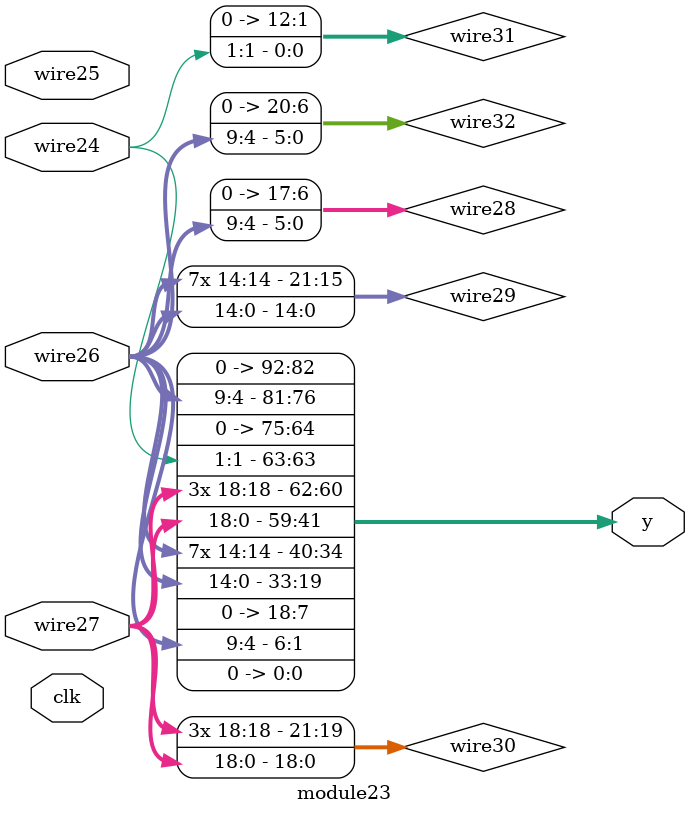
<source format=v>
module top
#(parameter param205 = (^(((((8'haa) || (8'hbc)) >>> ((8'ha6) ^~ (8'ha1))) - ({(8'ha7)} | ((8'hb6) + (7'h41)))) > (~{(!(8'ha3)), (~&(8'hb8))}))))
(y, clk, wire0, wire1, wire2, wire3, wire4);
  output wire [(32'h7a):(32'h0)] y;
  input wire [(1'h0):(1'h0)] clk;
  input wire signed [(4'hb):(1'h0)] wire0;
  input wire [(3'h6):(1'h0)] wire1;
  input wire signed [(4'hb):(1'h0)] wire2;
  input wire [(5'h12):(1'h0)] wire3;
  input wire [(5'h14):(1'h0)] wire4;
  wire signed [(4'hd):(1'h0)] wire204;
  wire signed [(4'h9):(1'h0)] wire203;
  wire [(3'h4):(1'h0)] wire5;
  wire [(5'h13):(1'h0)] wire6;
  wire [(5'h14):(1'h0)] wire7;
  wire signed [(5'h12):(1'h0)] wire8;
  wire signed [(4'ha):(1'h0)] wire9;
  wire [(3'h5):(1'h0)] wire10;
  wire [(4'h9):(1'h0)] wire11;
  wire [(3'h5):(1'h0)] wire12;
  wire [(4'h9):(1'h0)] wire201;
  assign y = {wire204,
                 wire203,
                 wire5,
                 wire6,
                 wire7,
                 wire8,
                 wire9,
                 wire10,
                 wire11,
                 wire12,
                 wire201,
                 (1'h0)};
  assign wire5 = (&(({$unsigned(wire1), $unsigned(wire0)} ?
                     wire1[(3'h5):(2'h2)] : ($unsigned(wire1) * (wire2 + wire1))) > wire0));
  assign wire6 = (!(|(^~wire1)));
  assign wire7 = $unsigned(wire4);
  assign wire8 = {$unsigned($unsigned((~&wire4[(4'hc):(1'h0)]))), (7'h41)};
  assign wire9 = (wire5 >> $unsigned(wire0));
  assign wire10 = (!wire3);
  assign wire11 = (~{((8'hbf) && ((+(8'hbe)) ?
                          $signed((8'h9d)) : wire4[(4'hf):(2'h3)]))});
  assign wire12 = (+(~|(wire7 > (7'h41))));
  module13 #() modinst202 (wire201, clk, wire4, wire11, wire8, wire6, wire7);
  assign wire203 = ($unsigned((($unsigned((7'h42)) || (wire7 <= wire10)) ?
                       (-(~wire11)) : wire12[(1'h1):(1'h0)])) ^ $unsigned((8'hb8)));
  assign wire204 = {$unsigned(wire201[(1'h0):(1'h0)])};
endmodule

module module13
#(parameter param199 = (&((+((-(8'h9c)) ? ((7'h43) >= (7'h41)) : (|(8'hab)))) ~^ (-(|((8'hbd) ? (8'h9e) : (8'h9c)))))), 
parameter param200 = param199)
(y, clk, wire18, wire17, wire16, wire15, wire14);
  output wire [(32'h8f):(32'h0)] y;
  input wire [(1'h0):(1'h0)] clk;
  input wire signed [(5'h11):(1'h0)] wire18;
  input wire signed [(3'h5):(1'h0)] wire17;
  input wire signed [(5'h12):(1'h0)] wire16;
  input wire [(5'h13):(1'h0)] wire15;
  input wire [(5'h11):(1'h0)] wire14;
  wire [(4'he):(1'h0)] wire107;
  wire [(5'h13):(1'h0)] wire61;
  wire [(4'he):(1'h0)] wire48;
  wire signed [(5'h11):(1'h0)] wire34;
  wire signed [(4'he):(1'h0)] wire22;
  wire [(5'h15):(1'h0)] wire21;
  wire [(4'ha):(1'h0)] wire20;
  wire signed [(5'h12):(1'h0)] wire19;
  wire signed [(4'hf):(1'h0)] wire197;
  assign y = {wire107,
                 wire61,
                 wire48,
                 wire34,
                 wire22,
                 wire21,
                 wire20,
                 wire19,
                 wire197,
                 (1'h0)};
  assign wire19 = (wire18 < (wire17 ?
                      (!(!$unsigned(wire17))) : wire17[(3'h5):(2'h3)]));
  assign wire20 = wire14;
  assign wire21 = $unsigned({{$signed($signed(wire14)),
                          $signed((wire20 > wire18))},
                      (({wire15, wire20} + (|wire16)) + wire19)});
  assign wire22 = $unsigned($unsigned($signed((!$unsigned(wire19)))));
  module23 #() modinst35 (wire34, clk, wire16, wire22, wire14, wire15);
  module36 #() modinst49 (wire48, clk, wire18, wire22, wire14, wire15);
  module50 #() modinst62 (.wire54(wire14), .y(wire61), .wire51(wire22), .wire53(wire48), .clk(clk), .wire52(wire15));
  module63 #() modinst108 (wire107, clk, wire19, wire16, wire14, wire22, wire48);
  module109 #() modinst198 (wire197, clk, wire34, wire19, wire48, wire107, wire14);
endmodule

module module109
#(parameter param196 = (((&((8'haa) ? ((8'hb6) || (8'hba)) : (!(8'hb2)))) ? {(-((8'ha7) ? (8'hb5) : (8'hb1)))} : ((!(~^(8'ha2))) ? ((&(8'hb0)) ? ((8'hb2) < (8'hb0)) : (+(8'hbb))) : {((8'hbc) ? (8'ha1) : (8'hbf)), (~|(8'hb2))})) <= (((~(|(8'ha1))) | ({(8'ha5)} ? {(8'ha9)} : ((8'hb6) >= (8'h9d)))) ? ((!{(8'hbd), (8'hb5)}) ? {((8'ha2) << (8'had))} : (((8'hba) - (8'ha1)) && ((8'hb2) >= (8'h9f)))) : (^(((8'ha4) ? (8'ha4) : (8'hbd)) >= ((8'hb7) ? (8'hb0) : (8'hb0)))))))
(y, clk, wire114, wire113, wire112, wire111, wire110);
  output wire [(32'h37b):(32'h0)] y;
  input wire [(1'h0):(1'h0)] clk;
  input wire signed [(4'h8):(1'h0)] wire114;
  input wire [(3'h6):(1'h0)] wire113;
  input wire [(2'h2):(1'h0)] wire112;
  input wire [(4'he):(1'h0)] wire111;
  input wire [(4'ha):(1'h0)] wire110;
  wire signed [(4'h9):(1'h0)] wire188;
  wire signed [(3'h6):(1'h0)] wire187;
  wire signed [(5'h12):(1'h0)] wire177;
  wire signed [(5'h10):(1'h0)] wire176;
  wire [(2'h2):(1'h0)] wire126;
  wire [(4'ha):(1'h0)] wire123;
  wire signed [(2'h2):(1'h0)] wire122;
  wire signed [(5'h12):(1'h0)] wire121;
  wire [(2'h3):(1'h0)] wire120;
  wire [(5'h10):(1'h0)] wire119;
  wire [(5'h12):(1'h0)] wire118;
  wire [(4'ha):(1'h0)] wire117;
  wire signed [(4'h8):(1'h0)] wire116;
  reg signed [(4'h9):(1'h0)] reg195 = (1'h0);
  reg [(4'hc):(1'h0)] reg194 = (1'h0);
  reg [(4'h8):(1'h0)] reg193 = (1'h0);
  reg [(4'he):(1'h0)] reg192 = (1'h0);
  reg signed [(5'h12):(1'h0)] reg191 = (1'h0);
  reg [(4'h8):(1'h0)] reg190 = (1'h0);
  reg signed [(3'h6):(1'h0)] reg189 = (1'h0);
  reg signed [(5'h12):(1'h0)] reg186 = (1'h0);
  reg signed [(2'h2):(1'h0)] reg185 = (1'h0);
  reg signed [(2'h2):(1'h0)] reg184 = (1'h0);
  reg [(4'hc):(1'h0)] reg183 = (1'h0);
  reg [(4'hd):(1'h0)] reg182 = (1'h0);
  reg signed [(5'h12):(1'h0)] reg181 = (1'h0);
  reg [(2'h3):(1'h0)] reg180 = (1'h0);
  reg signed [(3'h5):(1'h0)] reg179 = (1'h0);
  reg signed [(5'h14):(1'h0)] reg178 = (1'h0);
  reg signed [(5'h12):(1'h0)] reg175 = (1'h0);
  reg [(2'h2):(1'h0)] reg174 = (1'h0);
  reg signed [(5'h14):(1'h0)] reg173 = (1'h0);
  reg signed [(5'h14):(1'h0)] reg172 = (1'h0);
  reg signed [(4'hb):(1'h0)] reg171 = (1'h0);
  reg [(4'h8):(1'h0)] reg170 = (1'h0);
  reg [(4'hd):(1'h0)] reg169 = (1'h0);
  reg [(5'h11):(1'h0)] reg168 = (1'h0);
  reg signed [(4'he):(1'h0)] reg167 = (1'h0);
  reg [(2'h2):(1'h0)] reg166 = (1'h0);
  reg [(5'h15):(1'h0)] reg165 = (1'h0);
  reg signed [(4'h8):(1'h0)] reg164 = (1'h0);
  reg [(5'h11):(1'h0)] reg163 = (1'h0);
  reg signed [(4'h8):(1'h0)] reg162 = (1'h0);
  reg [(3'h5):(1'h0)] reg161 = (1'h0);
  reg [(5'h13):(1'h0)] reg160 = (1'h0);
  reg [(4'he):(1'h0)] reg159 = (1'h0);
  reg [(4'ha):(1'h0)] reg158 = (1'h0);
  reg [(3'h6):(1'h0)] reg157 = (1'h0);
  reg [(5'h15):(1'h0)] reg156 = (1'h0);
  reg signed [(2'h2):(1'h0)] reg155 = (1'h0);
  reg signed [(3'h5):(1'h0)] reg154 = (1'h0);
  reg signed [(4'hd):(1'h0)] reg153 = (1'h0);
  reg [(2'h2):(1'h0)] reg152 = (1'h0);
  reg signed [(3'h4):(1'h0)] reg151 = (1'h0);
  reg [(4'h8):(1'h0)] reg150 = (1'h0);
  reg [(5'h13):(1'h0)] reg149 = (1'h0);
  reg [(5'h13):(1'h0)] reg148 = (1'h0);
  reg [(5'h13):(1'h0)] reg147 = (1'h0);
  reg [(4'hb):(1'h0)] reg146 = (1'h0);
  reg [(4'he):(1'h0)] reg145 = (1'h0);
  reg signed [(2'h2):(1'h0)] reg144 = (1'h0);
  reg [(2'h3):(1'h0)] reg143 = (1'h0);
  reg signed [(4'ha):(1'h0)] reg142 = (1'h0);
  reg signed [(5'h10):(1'h0)] reg141 = (1'h0);
  reg [(4'hf):(1'h0)] reg140 = (1'h0);
  reg signed [(3'h6):(1'h0)] reg139 = (1'h0);
  reg [(5'h13):(1'h0)] reg138 = (1'h0);
  reg signed [(5'h14):(1'h0)] reg137 = (1'h0);
  reg signed [(4'ha):(1'h0)] reg136 = (1'h0);
  reg [(3'h6):(1'h0)] reg135 = (1'h0);
  reg signed [(4'he):(1'h0)] reg134 = (1'h0);
  reg signed [(4'he):(1'h0)] reg133 = (1'h0);
  reg [(4'hb):(1'h0)] reg132 = (1'h0);
  reg signed [(2'h3):(1'h0)] reg131 = (1'h0);
  reg [(4'h8):(1'h0)] reg130 = (1'h0);
  reg signed [(4'h8):(1'h0)] reg129 = (1'h0);
  reg [(5'h14):(1'h0)] reg128 = (1'h0);
  reg signed [(3'h7):(1'h0)] reg127 = (1'h0);
  reg signed [(3'h4):(1'h0)] reg125 = (1'h0);
  reg signed [(5'h11):(1'h0)] reg124 = (1'h0);
  reg signed [(2'h3):(1'h0)] reg115 = (1'h0);
  assign y = {wire188,
                 wire187,
                 wire177,
                 wire176,
                 wire126,
                 wire123,
                 wire122,
                 wire121,
                 wire120,
                 wire119,
                 wire118,
                 wire117,
                 wire116,
                 reg195,
                 reg194,
                 reg193,
                 reg192,
                 reg191,
                 reg190,
                 reg189,
                 reg186,
                 reg185,
                 reg184,
                 reg183,
                 reg182,
                 reg181,
                 reg180,
                 reg179,
                 reg178,
                 reg175,
                 reg174,
                 reg173,
                 reg172,
                 reg171,
                 reg170,
                 reg169,
                 reg168,
                 reg167,
                 reg166,
                 reg165,
                 reg164,
                 reg163,
                 reg162,
                 reg161,
                 reg160,
                 reg159,
                 reg158,
                 reg157,
                 reg156,
                 reg155,
                 reg154,
                 reg153,
                 reg152,
                 reg151,
                 reg150,
                 reg149,
                 reg148,
                 reg147,
                 reg146,
                 reg145,
                 reg144,
                 reg143,
                 reg142,
                 reg141,
                 reg140,
                 reg139,
                 reg138,
                 reg137,
                 reg136,
                 reg135,
                 reg134,
                 reg133,
                 reg132,
                 reg131,
                 reg130,
                 reg129,
                 reg128,
                 reg127,
                 reg125,
                 reg124,
                 reg115,
                 (1'h0)};
  always
    @(posedge clk) begin
      reg115 <= wire110[(3'h5):(3'h4)];
    end
  assign wire116 = ((8'hbf) ? (~&wire112) : wire113[(3'h5):(1'h0)]);
  assign wire117 = wire113[(1'h1):(1'h1)];
  assign wire118 = {wire110[(2'h2):(1'h1)]};
  assign wire119 = (wire114[(2'h3):(2'h2)] << reg115);
  assign wire120 = (&(wire117[(3'h7):(2'h2)] > wire119[(4'hf):(1'h1)]));
  assign wire121 = ($unsigned((wire114[(1'h0):(1'h0)] <= wire113)) ^~ wire118);
  assign wire122 = $signed(wire112[(1'h0):(1'h0)]);
  assign wire123 = ($signed(($unsigned({(8'h9d), wire110}) == ((~|wire120) ?
                       (wire113 ^~ wire122) : $unsigned(wire121)))) <<< ((({reg115} < {wire120}) ?
                       (&$unsigned(wire113)) : (~$signed(wire114))) ~^ wire112));
  always
    @(posedge clk) begin
      reg124 <= $signed(wire114[(3'h5):(1'h0)]);
      reg125 <= ($signed((wire111 == {(wire110 & wire119), (|wire122)})) ?
          wire116[(2'h2):(2'h2)] : (^~($signed((-wire120)) ?
              $signed((wire117 ? wire123 : wire117)) : $signed(wire123))));
    end
  assign wire126 = {(($unsigned((wire119 == reg115)) ?
                           $signed((~wire121)) : wire110[(1'h1):(1'h0)]) >>> {(7'h43),
                           (8'ha8)}),
                       ((((8'hb1) || (^wire116)) ~^ $signed((wire119 ?
                           wire114 : wire123))) & wire121[(3'h5):(1'h0)])};
  always
    @(posedge clk) begin
      if (($unsigned((reg125 ?
              $signed($signed(wire117)) : $unsigned((wire113 ?
                  (8'hae) : (8'hb7))))) ?
          (($unsigned(reg115[(1'h0):(1'h0)]) ^~ wire120[(2'h3):(1'h1)]) + $unsigned(reg115[(2'h3):(2'h2)])) : $unsigned((wire113 * {$signed(reg125)}))))
        begin
          reg127 <= $signed($unsigned((((wire119 ?
                  wire112 : wire126) && {reg124}) ?
              ((wire114 ? wire123 : wire110) ?
                  (wire116 ?
                      (8'ha6) : wire112) : (-wire113)) : ((wire120 ^ (8'h9c)) ?
                  reg115[(2'h2):(1'h0)] : (wire118 + (7'h41))))));
          if ((wire110[(3'h6):(3'h5)] >= reg125[(1'h0):(1'h0)]))
            begin
              reg128 <= (&wire123[(2'h3):(2'h3)]);
            end
          else
            begin
              reg128 <= {wire116[(2'h2):(1'h1)]};
              reg129 <= wire113[(2'h2):(1'h0)];
              reg130 <= $signed(wire114[(2'h3):(2'h3)]);
              reg131 <= (wire126[(1'h0):(1'h0)] * $signed(({(8'hb7),
                  wire122[(2'h2):(2'h2)]} << ((&wire110) ^ (wire120 ?
                  wire117 : wire118)))));
              reg132 <= $unsigned(((!$signed((wire121 & wire122))) ?
                  $unsigned(reg128[(4'hf):(4'ha)]) : wire120[(1'h1):(1'h1)]));
            end
          if ((-reg127[(1'h0):(1'h0)]))
            begin
              reg133 <= ((~(({reg129, reg131} > (reg124 || wire121)) ?
                  ((reg131 - reg124) ?
                      (+(8'hb0)) : ((8'h9c) ?
                          reg127 : (8'hb3))) : wire116[(4'h8):(2'h2)])) >= reg131[(2'h3):(2'h3)]);
            end
          else
            begin
              reg133 <= $unsigned(reg115[(1'h1):(1'h1)]);
              reg134 <= wire113;
              reg135 <= $unsigned(wire121);
              reg136 <= {wire122[(2'h2):(1'h1)]};
            end
        end
      else
        begin
          if ($unsigned($unsigned((8'hb8))))
            begin
              reg127 <= (~^(!((~(~|wire113)) | (wire113 != $unsigned(wire110)))));
              reg128 <= $unsigned((((^~reg130[(3'h5):(1'h1)]) >> ((-wire119) & (reg129 == wire117))) >> wire117[(4'h8):(2'h2)]));
              reg129 <= $signed(wire116);
            end
          else
            begin
              reg127 <= (-(wire121 ?
                  (-$unsigned((reg115 ?
                      reg135 : reg115))) : ({reg128[(4'hd):(3'h5)]} != {(8'ha3),
                      (reg133 <= reg127)})));
              reg128 <= $signed((reg133 <<< (-reg115)));
              reg129 <= $unsigned(reg133);
              reg130 <= $signed(wire110);
              reg131 <= reg131;
            end
          reg132 <= $signed(wire116);
          if (($unsigned(($signed(wire110) ?
                  reg134 : (reg125 != $unsigned((8'hae))))) ?
              wire119[(3'h6):(2'h3)] : wire117[(4'h8):(3'h6)]))
            begin
              reg133 <= (7'h44);
              reg134 <= {reg115,
                  (reg133 ?
                      {(8'hb7),
                          ((reg115 != wire110) <<< $unsigned(wire122))} : ((wire110[(4'h9):(2'h2)] >> wire110) ?
                          $unsigned($signed(reg128)) : (~^(wire126 || reg132))))};
              reg135 <= wire113[(2'h3):(1'h0)];
              reg136 <= ($unsigned({(~{wire119,
                      reg128})}) <= wire122[(1'h0):(1'h0)]);
              reg137 <= reg129[(3'h5):(2'h2)];
            end
          else
            begin
              reg133 <= $unsigned(reg124[(4'ha):(3'h6)]);
              reg134 <= (-{({reg137[(4'hb):(3'h5)]} > $signed(wire121[(5'h12):(5'h12)]))});
              reg135 <= (($signed({{reg134},
                      reg130}) ^~ $unsigned((~|$signed(reg131)))) ?
                  ($unsigned($signed($signed(wire114))) ?
                      (~((wire121 ?
                          (8'h9c) : reg115) != (reg135 >> reg129))) : (reg128 + wire113)) : $signed(reg134));
              reg136 <= (~|$signed(reg137[(5'h10):(2'h3)]));
            end
        end
      if (wire110[(4'ha):(3'h6)])
        begin
          reg138 <= wire126;
        end
      else
        begin
          if (wire114)
            begin
              reg138 <= (wire112 << reg137);
              reg139 <= $signed(wire123[(3'h5):(1'h0)]);
              reg140 <= wire119;
              reg141 <= (({$unsigned(reg131)} ?
                      reg133 : wire112[(2'h2):(2'h2)]) ?
                  (+(~(|wire120))) : (+wire112[(1'h0):(1'h0)]));
            end
          else
            begin
              reg138 <= reg127;
            end
          if (wire120)
            begin
              reg142 <= (|$unsigned(((&wire112[(1'h0):(1'h0)]) || $signed(wire121[(2'h3):(1'h0)]))));
              reg143 <= {$signed(wire114), wire122};
              reg144 <= (&{wire116[(1'h0):(1'h0)]});
              reg145 <= {$signed($signed($signed(wire116))),
                  $unsigned((~^(^~(wire123 ? wire123 : reg139))))};
            end
          else
            begin
              reg142 <= reg137[(3'h4):(1'h1)];
            end
        end
      if ($unsigned((((~^$signed(wire111)) ?
          wire126[(1'h1):(1'h0)] : (~(reg127 != (8'ha4)))) & (-$signed((reg131 ?
          wire112 : reg138))))))
        begin
          if (reg144[(2'h2):(2'h2)])
            begin
              reg146 <= (^($signed({$signed(wire117),
                  (reg142 ? wire110 : reg131)}) < (^~(8'hbe))));
              reg147 <= reg146[(1'h0):(1'h0)];
              reg148 <= ((reg142[(4'ha):(2'h3)] ?
                      (((reg137 ~^ reg145) && wire113[(2'h2):(2'h2)]) > {wire122,
                          reg146}) : ($unsigned((reg128 ^~ reg137)) + $signed({wire118}))) ?
                  {$unsigned(wire116[(1'h1):(1'h0)])} : (~|$signed(reg141[(5'h10):(2'h2)])));
              reg149 <= ({(-wire114)} ^~ $signed(($unsigned(wire121) ?
                  (((8'ha5) ?
                      reg132 : (8'hb1)) * $signed(reg129)) : $signed(reg127))));
              reg150 <= ($signed({reg146[(3'h4):(2'h3)],
                  wire119}) != $unsigned($signed(wire110[(1'h0):(1'h0)])));
            end
          else
            begin
              reg146 <= reg144[(2'h2):(2'h2)];
            end
        end
      else
        begin
          reg146 <= ($unsigned($unsigned(wire119)) < $signed(wire123[(1'h0):(1'h0)]));
          reg147 <= {$signed(wire110), wire116};
          reg148 <= (reg127[(2'h2):(2'h2)] & reg131[(2'h3):(2'h3)]);
          reg149 <= (-$signed(wire123[(1'h0):(1'h0)]));
          reg150 <= wire121[(3'h4):(1'h1)];
        end
      reg151 <= $unsigned(reg132);
      reg152 <= $signed(reg135);
    end
  always
    @(posedge clk) begin
      reg153 <= {(reg145[(1'h1):(1'h1)] ?
              reg129 : $signed(((wire119 ? wire117 : reg150) + wire121))),
          reg137[(1'h0):(1'h0)]};
      if ($signed((~(((reg150 ~^ reg131) ?
          $signed(wire122) : reg139) != (~&{(8'ha9), reg131})))))
        begin
          reg154 <= $signed($signed(($signed($signed(wire120)) != ((wire123 >= wire126) ?
              (-wire113) : $signed(reg140)))));
        end
      else
        begin
          reg154 <= $signed($signed($signed((reg148 ? reg133 : (~^(8'hb2))))));
          if (($signed($signed($unsigned(reg151[(3'h4):(1'h1)]))) ?
              ((^~reg134[(4'he):(4'ha)]) ?
                  (~|reg127[(3'h7):(3'h5)]) : wire110) : reg129[(2'h2):(2'h2)]))
            begin
              reg155 <= {(|reg142[(4'h8):(2'h2)]),
                  ({wire119} || (~$signed($signed(reg127))))};
              reg156 <= (~&(8'ha9));
              reg157 <= (reg115[(2'h3):(1'h1)] < reg145[(4'h9):(2'h3)]);
              reg158 <= ((wire118[(4'h9):(1'h1)] <<< $unsigned((wire117 ?
                      reg142[(2'h2):(2'h2)] : $signed((8'ha3))))) ?
                  $unsigned((+($unsigned((8'haf)) ?
                      (wire119 | wire120) : (wire126 ?
                          reg137 : reg131)))) : ({$signed((wire116 == reg145))} ?
                      reg156[(4'h9):(1'h1)] : (wire126[(1'h1):(1'h1)] | ((reg145 << reg124) ?
                          {wire113} : $unsigned(wire112)))));
            end
          else
            begin
              reg155 <= $unsigned($unsigned((^~reg127)));
              reg156 <= $signed(({$signed(wire111), (wire123 ^~ (8'ha8))} ?
                  ((!wire126[(2'h2):(2'h2)]) < $unsigned(reg148)) : $unsigned($signed($signed(reg136)))));
              reg157 <= ($signed($signed($signed($signed(wire117)))) ?
                  (($signed((+reg138)) >> wire120[(2'h3):(1'h0)]) ^ reg151[(1'h0):(1'h0)]) : $signed($signed($unsigned(reg140[(1'h0):(1'h0)]))));
              reg158 <= {reg156,
                  ($unsigned((8'ha5)) ?
                      (wire120[(1'h1):(1'h1)] & $unsigned(((8'hbb) >= reg143))) : $signed($unsigned({reg158})))};
              reg159 <= reg125[(3'h4):(1'h0)];
            end
          if ((($signed($signed((wire120 ? reg157 : wire116))) ?
                  $signed((reg159 ?
                      wire112[(1'h1):(1'h0)] : (wire118 != (8'hb0)))) : {{$signed((7'h41))},
                      ($unsigned(reg127) ^ reg150)}) ?
              (~&{reg137}) : (reg125 & reg146[(4'hb):(3'h5)])))
            begin
              reg160 <= $unsigned(reg125[(2'h2):(1'h0)]);
              reg161 <= ($unsigned((^~$signed((-reg157)))) ?
                  (((~^(|(8'hae))) ?
                          reg147 : (reg159[(3'h7):(3'h7)] ?
                              reg140[(1'h0):(1'h0)] : (-reg127))) ?
                      (8'had) : $signed(((wire117 || reg149) ?
                          reg139[(2'h3):(2'h3)] : $signed((8'ha3))))) : (!(~&$unsigned(reg153[(4'h8):(3'h6)]))));
              reg162 <= (reg130 && $signed(({reg154,
                  $signed(reg139)} & ($unsigned(reg159) ?
                  (!reg149) : $signed(wire121)))));
            end
          else
            begin
              reg160 <= $signed(wire114);
              reg161 <= ($unsigned((~&{wire112, $signed(reg151)})) ?
                  (+($unsigned((reg146 ? reg124 : reg124)) ?
                      ((^wire119) ?
                          reg136[(1'h0):(1'h0)] : (+reg137)) : ($unsigned((8'ha3)) & reg143))) : reg146[(4'ha):(4'h8)]);
              reg162 <= reg145[(4'hc):(3'h4)];
              reg163 <= (reg162[(4'h8):(4'h8)] ?
                  $unsigned($signed(((reg157 | reg158) ?
                      $unsigned(reg147) : (wire117 - reg136)))) : (reg154 >>> $unsigned(reg128[(5'h13):(5'h12)])));
              reg164 <= (^~(((reg148[(5'h13):(4'he)] ^~ (-(8'haa))) >>> $unsigned($signed(reg155))) ?
                  reg135[(2'h2):(1'h1)] : (^($signed(reg140) ?
                      (wire116 ~^ reg115) : ((8'ha6) == reg143)))));
            end
          reg165 <= (reg137[(5'h13):(4'hd)] && {{{$signed(wire123),
                      $signed(wire121)}}});
          reg166 <= $signed((|(&reg144)));
        end
      if ((^$signed(($signed(reg161) & ((reg152 ~^ (7'h44)) ?
          ((8'ha9) ? reg135 : reg155) : {wire114, (8'had)})))))
        begin
          reg167 <= $unsigned((~&reg142));
        end
      else
        begin
          reg167 <= wire118[(4'hb):(3'h5)];
          reg168 <= $unsigned((((reg155 ?
                  reg143 : reg155[(2'h2):(1'h1)]) > wire114[(2'h2):(1'h1)]) ?
              (({reg144, reg136} * (reg158 <<< reg155)) ?
                  wire110[(3'h5):(3'h5)] : (^~((8'hba) ?
                      (8'ha1) : reg133))) : reg124));
          if ($unsigned(reg149))
            begin
              reg169 <= wire113;
              reg170 <= $signed($unsigned(reg138));
              reg171 <= ((reg130[(2'h2):(1'h0)] ?
                  $signed(reg166) : (({reg139, reg147} ?
                      ((8'ha6) + (8'hae)) : $signed(wire114)) | reg138)) < ($unsigned($signed(wire116)) ?
                  $signed((|reg165[(4'h9):(3'h5)])) : ($unsigned({reg135,
                          reg133}) ?
                      ($unsigned(reg147) ~^ $unsigned(reg129)) : ((reg124 - (8'h9e)) | wire118))));
            end
          else
            begin
              reg169 <= (|{(($unsigned(wire121) + (reg157 ? reg155 : wire111)) ?
                      {reg144[(1'h1):(1'h1)],
                          $signed(reg150)} : ((reg145 ~^ (8'ha3)) ~^ (!reg132))),
                  (^~$signed((wire126 ? reg130 : wire116)))});
              reg170 <= reg124;
            end
          reg172 <= (reg143[(2'h3):(2'h2)] ?
              (^$unsigned(((reg140 ^~ reg130) ?
                  (!reg149) : (reg125 << (8'ha9))))) : $unsigned(((&$signed(reg140)) ?
                  reg132[(3'h7):(2'h3)] : $unsigned(((8'hbf) ?
                      wire114 : reg115)))));
          if ((reg144 ?
              $signed(($unsigned(reg166) ?
                  reg127[(1'h1):(1'h0)] : $unsigned((reg158 ~^ reg156)))) : (~^$signed((~|(~&reg162))))))
            begin
              reg173 <= $signed($unsigned({wire112[(1'h0):(1'h0)]}));
              reg174 <= reg141[(3'h6):(2'h3)];
            end
          else
            begin
              reg173 <= reg145;
              reg174 <= $signed($signed((!reg140)));
              reg175 <= {{{reg141}}, reg153[(3'h5):(2'h2)]};
            end
        end
    end
  assign wire176 = {reg159, (&wire113)};
  assign wire177 = (-($unsigned(reg151[(2'h2):(1'h0)]) ?
                       (~|{(^wire110)}) : ($unsigned(reg134[(1'h1):(1'h0)]) ?
                           wire121[(2'h3):(1'h1)] : (reg115 <= $unsigned((8'hb8))))));
  always
    @(posedge clk) begin
      if ($unsigned(wire121))
        begin
          reg178 <= (reg138[(1'h1):(1'h0)] ?
              ($unsigned((8'h9f)) ?
                  $signed(((reg155 ?
                      wire118 : wire112) >>> $unsigned(reg151))) : (reg165 <= (reg163 ?
                      {reg131,
                          wire117} : (!wire126)))) : reg148[(4'hb):(4'ha)]);
          if (($unsigned(reg139) ?
              $signed((wire176 <<< $signed((wire176 >= reg169)))) : ((((~&reg141) != $unsigned(reg132)) && (-reg163)) * reg158)))
            begin
              reg179 <= {$unsigned((({(8'hb2), reg173} ?
                          (reg155 ? (8'hb9) : reg142) : $signed(reg137)) ?
                      $signed($unsigned(reg124)) : reg153)),
                  (&(reg173 ^ reg154))};
              reg180 <= wire121;
              reg181 <= $signed((($unsigned(wire176) > $unsigned({reg135,
                  reg153})) & (~^wire121)));
              reg182 <= ((($signed($signed(reg125)) ^~ $signed(wire112[(2'h2):(1'h1)])) ?
                      $unsigned($unsigned($unsigned((7'h43)))) : (~&reg170[(1'h0):(1'h0)])) ?
                  (^$unsigned($unsigned((reg179 ~^ reg160)))) : wire177);
            end
          else
            begin
              reg179 <= (|(wire113 ?
                  (~&$signed((!reg180))) : ($unsigned($signed(reg137)) << (+$unsigned(reg133)))));
              reg180 <= $unsigned((~^$signed($signed((~reg181)))));
              reg181 <= wire113;
              reg182 <= (~|(+reg156));
            end
        end
      else
        begin
          reg178 <= $signed(((~$unsigned(reg165[(4'hf):(3'h5)])) ?
              (&reg132) : (8'h9f)));
          if ($unsigned((wire118[(5'h11):(1'h0)] ?
              reg157[(2'h3):(1'h1)] : $unsigned(((!reg180) ?
                  reg147 : (|wire118))))))
            begin
              reg179 <= {$unsigned(($signed(((8'hb1) + reg136)) & $signed(reg134)))};
              reg180 <= (reg161[(2'h2):(2'h2)] - (reg152 ?
                  (!(~^reg170)) : ($signed(reg131[(1'h1):(1'h1)]) ?
                      reg162 : ($signed((8'hb4)) << reg162[(2'h2):(2'h2)]))));
              reg181 <= ($signed(reg163[(1'h0):(1'h0)]) ?
                  ((^reg150) < $signed((reg137[(2'h2):(1'h0)] ?
                      (reg144 || reg132) : $unsigned(reg130)))) : $unsigned(reg144));
            end
          else
            begin
              reg179 <= reg169[(1'h0):(1'h0)];
              reg180 <= (~|$signed($signed($signed((reg145 ?
                  reg144 : reg140)))));
              reg181 <= ($signed($signed(({(8'hbd)} ?
                      (+reg135) : $signed(wire113)))) ?
                  {(((-reg149) - (reg175 >> (8'ha0))) >= wire123)} : {$signed($signed(wire121))});
              reg182 <= (!{wire110[(1'h0):(1'h0)], reg137});
              reg183 <= (wire121[(5'h11):(4'h9)] >>> $unsigned($unsigned(wire126)));
            end
          reg184 <= (reg181[(3'h4):(3'h4)] ?
              reg135[(2'h2):(2'h2)] : reg165[(4'hb):(1'h0)]);
        end
      reg185 <= ($unsigned(($signed((-reg150)) ?
              {$signed((8'h9e)), $unsigned(wire121)} : wire121)) ?
          $unsigned((((reg166 ? reg142 : wire114) ? (+reg174) : (8'ha2)) ?
              (-(8'hb2)) : ((reg147 ?
                  reg152 : reg124) * $unsigned((8'hb0))))) : (($signed($unsigned(reg160)) ?
                  (wire119 ?
                      reg154[(2'h2):(1'h0)] : (wire123 ^~ reg168)) : $unsigned($signed((8'ha3)))) ?
              $unsigned((8'ha2)) : ({(reg146 != reg181),
                      ((8'hb9) ? reg173 : reg152)} ?
                  ((|(7'h43)) ?
                      reg125[(3'h4):(2'h3)] : $unsigned(reg163)) : ($signed(reg130) ?
                      (reg184 + wire114) : $unsigned((8'haa))))));
      reg186 <= $signed(reg132);
    end
  assign wire187 = $signed(wire122[(2'h2):(1'h1)]);
  assign wire188 = $signed(({reg147} & $signed(reg160)));
  always
    @(posedge clk) begin
      if (($signed(reg150) ~^ reg174[(2'h2):(1'h1)]))
        begin
          reg189 <= $signed((reg157 ?
              {wire118[(4'he):(4'h8)]} : ((reg156[(3'h7):(3'h6)] ?
                      ((8'ha1) ? (8'hbb) : reg161) : ((8'ha9) ?
                          reg171 : reg130)) ?
                  ($signed(reg159) ?
                      wire126 : (wire111 ? reg165 : wire126)) : wire123)));
          if (reg189[(3'h6):(2'h3)])
            begin
              reg190 <= $unsigned({$signed((reg146 * ((8'hbb) ?
                      reg152 : reg164))),
                  ($unsigned($unsigned((8'hb7))) == ($unsigned(reg140) == {reg186,
                      reg151}))});
              reg191 <= {($signed($signed({reg174, reg139})) ?
                      reg189 : {(!(wire120 <<< reg128))}),
                  (reg142[(2'h2):(1'h1)] << reg131[(1'h0):(1'h0)])};
              reg192 <= (~&$unsigned($signed($signed(wire119[(3'h7):(1'h1)]))));
            end
          else
            begin
              reg190 <= (^~reg132);
              reg191 <= (reg172 <= ((reg190[(3'h4):(1'h0)] ?
                  (&reg141[(2'h3):(2'h3)]) : ((^reg174) ?
                      (-wire188) : (~^reg152))) >>> reg184));
              reg192 <= ({reg164,
                      (((~&reg175) ? reg125[(2'h3):(1'h1)] : (^~(8'ha9))) ?
                          $unsigned((wire123 ? reg145 : wire122)) : {((8'ha6) ?
                                  wire120 : wire114)})} ?
                  ($unsigned(($signed(wire112) ?
                      $unsigned(reg153) : wire116)) & ((reg184[(1'h0):(1'h0)] ?
                      (reg159 << (8'hb7)) : wire123[(3'h4):(1'h1)]) <<< {(reg169 ?
                          reg159 : reg136),
                      (~^wire119)})) : (reg160[(4'hd):(3'h5)] ?
                      $unsigned(((8'ha4) | wire117)) : $unsigned($unsigned((reg143 ?
                          (8'haa) : reg147)))));
              reg193 <= reg159;
            end
          reg194 <= ((+$signed($signed({(7'h41)}))) ?
              ({($unsigned(reg161) ? (reg159 <<< reg159) : $unsigned(wire112)),
                      (reg173 <<< (~^reg130))} ?
                  reg185[(1'h0):(1'h0)] : $signed(reg125)) : $signed($unsigned(reg145[(3'h6):(3'h4)])));
          reg195 <= (reg170[(1'h0):(1'h0)] ?
              (reg127[(3'h5):(3'h5)] <<< $signed({reg194,
                  (reg157 * reg193)})) : {reg134});
        end
      else
        begin
          reg189 <= ({(~^reg171)} ? $unsigned((^~(8'hb7))) : reg130);
          reg190 <= reg167[(2'h2):(2'h2)];
        end
    end
endmodule

module module63  (y, clk, wire68, wire67, wire66, wire65, wire64);
  output wire [(32'h16a):(32'h0)] y;
  input wire [(1'h0):(1'h0)] clk;
  input wire [(4'hb):(1'h0)] wire68;
  input wire [(4'h9):(1'h0)] wire67;
  input wire [(5'h11):(1'h0)] wire66;
  input wire signed [(2'h2):(1'h0)] wire65;
  input wire [(4'ha):(1'h0)] wire64;
  wire [(3'h6):(1'h0)] wire106;
  wire signed [(4'ha):(1'h0)] wire105;
  wire [(4'h8):(1'h0)] wire104;
  wire signed [(2'h3):(1'h0)] wire103;
  wire [(4'hc):(1'h0)] wire97;
  wire signed [(3'h4):(1'h0)] wire84;
  wire [(4'hb):(1'h0)] wire83;
  wire [(4'hd):(1'h0)] wire82;
  wire [(3'h7):(1'h0)] wire81;
  wire [(4'he):(1'h0)] wire73;
  wire [(2'h3):(1'h0)] wire72;
  wire signed [(5'h12):(1'h0)] wire71;
  wire [(4'ha):(1'h0)] wire70;
  wire [(4'hd):(1'h0)] wire69;
  reg signed [(5'h10):(1'h0)] reg102 = (1'h0);
  reg signed [(4'hd):(1'h0)] reg101 = (1'h0);
  reg [(3'h7):(1'h0)] reg100 = (1'h0);
  reg [(4'h8):(1'h0)] reg99 = (1'h0);
  reg [(3'h6):(1'h0)] reg98 = (1'h0);
  reg signed [(4'hb):(1'h0)] reg96 = (1'h0);
  reg signed [(4'h9):(1'h0)] reg95 = (1'h0);
  reg signed [(3'h6):(1'h0)] reg94 = (1'h0);
  reg signed [(4'h9):(1'h0)] reg93 = (1'h0);
  reg signed [(4'he):(1'h0)] reg92 = (1'h0);
  reg signed [(2'h3):(1'h0)] reg91 = (1'h0);
  reg [(5'h14):(1'h0)] reg90 = (1'h0);
  reg signed [(3'h4):(1'h0)] reg89 = (1'h0);
  reg [(5'h10):(1'h0)] reg88 = (1'h0);
  reg [(2'h2):(1'h0)] reg87 = (1'h0);
  reg [(3'h4):(1'h0)] reg86 = (1'h0);
  reg signed [(5'h13):(1'h0)] reg85 = (1'h0);
  reg signed [(2'h2):(1'h0)] reg80 = (1'h0);
  reg [(3'h7):(1'h0)] reg79 = (1'h0);
  reg signed [(5'h14):(1'h0)] reg78 = (1'h0);
  reg signed [(3'h4):(1'h0)] reg77 = (1'h0);
  reg [(5'h12):(1'h0)] reg76 = (1'h0);
  reg signed [(3'h7):(1'h0)] reg75 = (1'h0);
  reg [(3'h4):(1'h0)] reg74 = (1'h0);
  assign y = {wire106,
                 wire105,
                 wire104,
                 wire103,
                 wire97,
                 wire84,
                 wire83,
                 wire82,
                 wire81,
                 wire73,
                 wire72,
                 wire71,
                 wire70,
                 wire69,
                 reg102,
                 reg101,
                 reg100,
                 reg99,
                 reg98,
                 reg96,
                 reg95,
                 reg94,
                 reg93,
                 reg92,
                 reg91,
                 reg90,
                 reg89,
                 reg88,
                 reg87,
                 reg86,
                 reg85,
                 reg80,
                 reg79,
                 reg78,
                 reg77,
                 reg76,
                 reg75,
                 reg74,
                 (1'h0)};
  assign wire69 = ($signed($unsigned((^~(|wire67)))) ?
                      ((^$unsigned($signed(wire67))) ?
                          wire66 : $signed($signed((wire64 >= (7'h41))))) : wire65[(1'h1):(1'h0)]);
  assign wire70 = ({(!wire67[(4'h8):(1'h1)])} >>> $signed((-$unsigned((wire68 ?
                      wire64 : (7'h43))))));
  assign wire71 = wire65;
  assign wire72 = ($signed((8'haf)) & wire68[(4'h9):(3'h6)]);
  assign wire73 = (8'hb9);
  always
    @(posedge clk) begin
      if ((!$signed((7'h40))))
        begin
          reg74 <= (^((-(~^$signed(wire69))) * (&$unsigned(wire69[(4'hb):(4'ha)]))));
          reg75 <= wire68[(4'h9):(1'h1)];
          if ((8'hb0))
            begin
              reg76 <= $unsigned(wire71);
              reg77 <= $unsigned($unsigned(reg75));
            end
          else
            begin
              reg76 <= (wire64 ?
                  wire65[(1'h1):(1'h0)] : (wire65 ?
                      $unsigned(((wire70 + (8'ha9)) != reg75[(3'h4):(1'h1)])) : $unsigned({$unsigned(wire66),
                          {reg75}})));
              reg77 <= (^(~$signed(wire64[(3'h7):(2'h2)])));
              reg78 <= wire71;
            end
        end
      else
        begin
          reg74 <= $signed({$signed(((!(8'hba)) > $unsigned(reg76)))});
        end
      reg79 <= wire69;
      reg80 <= ((($signed(reg75) ?
          (^~$unsigned(reg74)) : reg76[(4'hb):(2'h2)]) > $unsigned(($signed((8'ha8)) ?
          $unsigned(wire65) : (wire73 | wire68)))) - $signed(wire64[(3'h5):(1'h1)]));
    end
  assign wire81 = ((-(wire68[(2'h2):(1'h1)] ?
                      $unsigned(wire67) : $unsigned((wire72 - reg75)))) * $signed((!(&wire73[(4'he):(3'h5)]))));
  assign wire82 = (|((+(reg74 | (wire70 * wire64))) - (((reg77 ?
                          wire73 : wire69) >>> (8'hb5)) ?
                      $signed($signed(reg78)) : $unsigned(reg78))));
  assign wire83 = ($unsigned($unsigned(reg75[(3'h6):(3'h5)])) < wire73);
  assign wire84 = $unsigned(reg78[(5'h14):(3'h5)]);
  always
    @(posedge clk) begin
      reg85 <= (wire72[(1'h0):(1'h0)] >> (^reg79[(3'h4):(1'h1)]));
      reg86 <= wire83;
      reg87 <= wire72[(2'h3):(1'h0)];
      if (((reg76[(5'h11):(3'h6)] ? wire67 : wire70) ?
          $unsigned((+{$unsigned(reg74), wire69[(2'h3):(2'h2)]})) : wire73))
        begin
          reg88 <= reg85;
          reg89 <= $unsigned((~((~((8'hb7) ? wire70 : reg77)) << (reg75 ?
              (reg76 >> (8'haf)) : (wire68 != reg78)))));
        end
      else
        begin
          if ({{$unsigned(reg79[(3'h4):(1'h1)]),
                  $signed((reg75 ? {wire70} : (~|wire69)))},
              reg80[(2'h2):(1'h1)]})
            begin
              reg88 <= ({reg79[(3'h7):(2'h3)],
                  ($unsigned({wire82,
                      (8'hae)}) <= reg85)} || {$signed(wire81[(3'h4):(3'h4)]),
                  ((wire73[(3'h6):(3'h4)] - (~|reg88)) ?
                      wire71 : {$unsigned(reg86), $unsigned(wire83)})});
              reg89 <= (-(wire66[(1'h1):(1'h1)] ? wire69 : $signed((+wire64))));
              reg90 <= (!($unsigned(($signed(reg89) ?
                      (reg87 ? reg80 : reg79) : reg75)) ?
                  $signed(wire65[(2'h2):(1'h0)]) : (($unsigned((8'ha1)) ?
                      (&(8'hb1)) : reg76) ^~ {$unsigned(reg87)})));
              reg91 <= wire70[(4'h9):(3'h6)];
              reg92 <= reg74;
            end
          else
            begin
              reg88 <= {{$unsigned(wire71), wire72[(1'h0):(1'h0)]}};
            end
          if (wire82[(4'ha):(1'h1)])
            begin
              reg93 <= $signed(reg92);
            end
          else
            begin
              reg93 <= $unsigned((wire65[(1'h1):(1'h1)] | wire68));
              reg94 <= (+wire68[(2'h3):(1'h1)]);
            end
          reg95 <= (+(($signed((-wire65)) >= {$signed(reg89)}) ?
              (-($unsigned(wire82) ?
                  wire68 : $signed(wire83))) : $unsigned($signed((reg94 ?
                  (8'hb1) : reg93)))));
          reg96 <= wire67;
        end
    end
  assign wire97 = (($signed({$signed((7'h40))}) >= reg79[(1'h0):(1'h0)]) ?
                      $unsigned(((8'hbb) << $unsigned((reg96 == wire67)))) : (($signed((wire84 ?
                              reg94 : reg79)) ?
                          reg92[(3'h5):(2'h2)] : $unsigned((~&wire72))) ^~ reg74[(2'h3):(1'h0)]));
  always
    @(posedge clk) begin
      reg98 <= wire83[(3'h4):(1'h1)];
      reg99 <= wire84[(1'h1):(1'h1)];
      reg100 <= wire84;
      reg101 <= ((~&(~({reg98, reg78} ? (^reg76) : reg98))) ?
          reg76[(4'h8):(3'h7)] : $unsigned(((|reg76) ?
              ({reg87} == reg93[(4'h8):(3'h4)]) : $signed(reg86))));
      reg102 <= reg95;
    end
  assign wire103 = ($signed((-wire67[(3'h5):(3'h4)])) ~^ reg88);
  assign wire104 = $unsigned($unsigned((8'hb8)));
  assign wire105 = (((~|$unsigned(wire70[(3'h7):(3'h5)])) >> (8'ha7)) ?
                       (wire65 & wire84) : (^$unsigned(((~reg98) ?
                           $unsigned(reg78) : ((8'hb0) ? reg98 : reg101)))));
  assign wire106 = wire105[(4'h8):(2'h2)];
endmodule

module module50
#(parameter param60 = ((&((((8'hb6) ? (8'ha0) : (8'hac)) ? ((8'ha6) ? (8'hb1) : (8'hb3)) : ((8'ha1) >>> (8'hb2))) ? (((8'hb4) || (8'h9f)) != (!(8'hb8))) : (~|((7'h40) ~^ (8'hb3))))) > {((((8'ha5) ? (8'ha0) : (8'had)) ? (&(8'h9f)) : (~&(8'ha2))) ? ({(8'hbf)} || {(7'h42), (7'h41)}) : {(~|(8'ha4))}), {((8'h9f) << {(8'ha6), (8'h9e)})}}))
(y, clk, wire54, wire53, wire52, wire51);
  output wire [(32'h36):(32'h0)] y;
  input wire [(1'h0):(1'h0)] clk;
  input wire [(3'h6):(1'h0)] wire54;
  input wire signed [(4'hc):(1'h0)] wire53;
  input wire signed [(4'hc):(1'h0)] wire52;
  input wire [(3'h7):(1'h0)] wire51;
  wire signed [(3'h4):(1'h0)] wire59;
  wire signed [(4'he):(1'h0)] wire58;
  wire signed [(4'ha):(1'h0)] wire57;
  wire [(3'h6):(1'h0)] wire56;
  reg [(5'h13):(1'h0)] reg55 = (1'h0);
  assign y = {wire59, wire58, wire57, wire56, reg55, (1'h0)};
  always
    @(posedge clk) begin
      reg55 <= (~|(wire51[(1'h0):(1'h0)] - {$signed(wire54[(3'h4):(3'h4)]),
          (8'hba)}));
    end
  assign wire56 = (!wire53);
  assign wire57 = $signed(wire54[(3'h4):(3'h4)]);
  assign wire58 = (((|((wire53 ? wire53 : wire52) ?
                          $unsigned(wire54) : (reg55 ? wire57 : wire54))) ?
                      (wire53[(4'hb):(1'h1)] ?
                          {{wire52}} : wire57[(4'ha):(2'h3)]) : (+((reg55 == wire51) >>> (~^wire56)))) >> $unsigned(wire53[(3'h6):(2'h3)]));
  assign wire59 = (-((($signed(wire54) ?
                          {wire54, wire57} : (wire57 << wire53)) ?
                      $signed(wire52[(4'ha):(3'h6)]) : $unsigned($signed(reg55))) ^ $unsigned((&$signed(wire54)))));
endmodule

module module36
#(parameter param47 = ((~(^{((8'ha3) ? (8'hbe) : (8'hbd))})) ? (~^((^((8'ha6) ~^ (8'had))) + (((8'hb8) + (8'ha2)) ? ((7'h42) & (8'hb5)) : (|(7'h42))))) : (-{(-(8'hbb))})))
(y, clk, wire40, wire39, wire38, wire37);
  output wire [(32'h48):(32'h0)] y;
  input wire [(1'h0):(1'h0)] clk;
  input wire [(4'hf):(1'h0)] wire40;
  input wire [(4'h9):(1'h0)] wire39;
  input wire [(5'h11):(1'h0)] wire38;
  input wire [(5'h13):(1'h0)] wire37;
  wire signed [(4'h8):(1'h0)] wire46;
  wire signed [(2'h2):(1'h0)] wire45;
  wire signed [(3'h5):(1'h0)] wire44;
  wire [(5'h14):(1'h0)] wire43;
  wire [(5'h11):(1'h0)] wire42;
  wire [(5'h13):(1'h0)] wire41;
  assign y = {wire46, wire45, wire44, wire43, wire42, wire41, (1'h0)};
  assign wire41 = $unsigned(wire38);
  assign wire42 = $unsigned(wire39);
  assign wire43 = (wire39[(1'h0):(1'h0)] ?
                      (wire38[(3'h6):(3'h5)] > wire41[(5'h12):(4'hb)]) : (7'h44));
  assign wire44 = wire43[(5'h10):(2'h3)];
  assign wire45 = ($signed(((^~$signed(wire42)) ^~ {((8'hb3) ?
                          wire37 : wire42)})) ^ ((~|((wire39 ?
                      wire43 : (8'ha2)) & (wire44 ?
                      wire39 : (7'h42)))) || $unsigned(wire42)));
  assign wire46 = (((7'h41) < (~(~{(8'hb6), wire41}))) > ((((wire44 ?
                              wire44 : wire45) ?
                          $unsigned(wire41) : wire39[(1'h0):(1'h0)]) ?
                      ((wire45 ? wire40 : (8'ha8)) ?
                          (~&(8'ha4)) : $unsigned((7'h43))) : $unsigned((+(8'ha7)))) * (wire38 && wire40[(3'h6):(1'h0)])));
endmodule

module module23
#(parameter param33 = ((((~^((7'h44) ? (8'hb0) : (8'ha5))) ? (&((8'ha5) << (8'hbc))) : ({(8'ha2), (8'hb1)} + ((7'h43) ? (8'h9c) : (8'h9f)))) > (^(~{(8'hb8)}))) == (-((((8'ha1) ? (8'ha0) : (8'hb8)) ? ((7'h42) ~^ (7'h42)) : ((7'h41) ? (8'hab) : (8'ha8))) << {(&(8'hb8)), (~(8'had))}))))
(y, clk, wire27, wire26, wire25, wire24);
  output wire [(32'h5c):(32'h0)] y;
  input wire [(1'h0):(1'h0)] clk;
  input wire signed [(5'h12):(1'h0)] wire27;
  input wire [(4'he):(1'h0)] wire26;
  input wire signed [(2'h3):(1'h0)] wire25;
  input wire [(5'h10):(1'h0)] wire24;
  wire signed [(5'h14):(1'h0)] wire32;
  wire signed [(4'hc):(1'h0)] wire31;
  wire [(5'h15):(1'h0)] wire30;
  wire [(5'h15):(1'h0)] wire29;
  wire [(5'h11):(1'h0)] wire28;
  assign y = {wire32, wire31, wire30, wire29, wire28, (1'h0)};
  assign wire28 = wire26[(4'h9):(3'h4)];
  assign wire29 = $signed(wire26);
  assign wire30 = wire27;
  assign wire31 = $unsigned(wire24[(1'h1):(1'h1)]);
  assign wire32 = $unsigned(wire28);
endmodule

</source>
